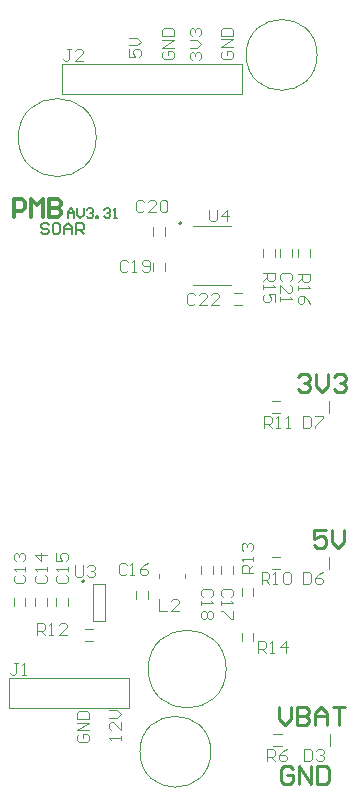
<source format=gto>
G04*
G04 #@! TF.GenerationSoftware,Altium Limited,Altium Designer,20.2.6 (244)*
G04*
G04 Layer_Color=65535*
%FSLAX25Y25*%
%MOIN*%
G70*
G04*
G04 #@! TF.SameCoordinates,04C6FB98-C132-4BDF-BA0D-42352629C039*
G04*
G04*
G04 #@! TF.FilePolarity,Positive*
G04*
G01*
G75*
%ADD10C,0.00787*%
%ADD11C,0.00394*%
%ADD12C,0.01181*%
%ADD13C,0.01000*%
D10*
X61024Y188012D02*
G03*
X61024Y188012I-394J0D01*
G01*
X28740Y68701D02*
G03*
X28740Y68701I-394J0D01*
G01*
X16797Y187532D02*
X16141Y188188D01*
X14829D01*
X14173Y187532D01*
Y186876D01*
X14829Y186220D01*
X16141D01*
X16797Y185564D01*
Y184908D01*
X16141Y184252D01*
X14829D01*
X14173Y184908D01*
X20077Y188188D02*
X18765D01*
X18109Y187532D01*
Y184908D01*
X18765Y184252D01*
X20077D01*
X20733Y184908D01*
Y187532D01*
X20077Y188188D01*
X22045Y184252D02*
Y186876D01*
X23357Y188188D01*
X24668Y186876D01*
Y184252D01*
Y186220D01*
X22045D01*
X25980Y184252D02*
Y188188D01*
X27948D01*
X28604Y187532D01*
Y186220D01*
X27948Y185564D01*
X25980D01*
X27292D02*
X28604Y184252D01*
X23228Y189764D02*
Y191863D01*
X24278Y192912D01*
X25327Y191863D01*
Y189764D01*
Y191338D01*
X23228D01*
X26377Y192912D02*
Y190813D01*
X27426Y189764D01*
X28476Y190813D01*
Y192912D01*
X29526Y192388D02*
X30050Y192912D01*
X31100D01*
X31625Y192388D01*
Y191863D01*
X31100Y191338D01*
X30575D01*
X31100D01*
X31625Y190813D01*
Y190288D01*
X31100Y189764D01*
X30050D01*
X29526Y190288D01*
X32674Y189764D02*
Y190288D01*
X33199D01*
Y189764D01*
X32674D01*
X35298Y192388D02*
X35823Y192912D01*
X36872D01*
X37397Y192388D01*
Y191863D01*
X36872Y191338D01*
X36347D01*
X36872D01*
X37397Y190813D01*
Y190288D01*
X36872Y189764D01*
X35823D01*
X35298Y190288D01*
X38447Y189764D02*
X39496D01*
X38971D01*
Y192912D01*
X38447Y192388D01*
D11*
X32677Y216535D02*
G03*
X32677Y216535I-12992J0D01*
G01*
X75984Y39370D02*
G03*
X75984Y39370I-12992J0D01*
G01*
X106299Y244094D02*
G03*
X106299Y244094I-11811J0D01*
G01*
X70866Y11811D02*
G03*
X70866Y11811I-11811J0D01*
G01*
X100000Y176575D02*
Y179331D01*
X103937Y176575D02*
Y179331D01*
X81102Y63583D02*
Y66339D01*
X85039Y63583D02*
Y66339D01*
X51575Y183858D02*
Y186614D01*
X55512Y183858D02*
Y186614D01*
X98032Y176575D02*
Y179331D01*
X94095Y176575D02*
Y179331D01*
X92126Y176575D02*
Y179331D01*
X88189Y176575D02*
Y179331D01*
X78543Y164567D02*
X81299D01*
X78543Y160630D02*
X81299D01*
X64961Y167323D02*
X77559D01*
X64961Y187008D02*
X77559D01*
X55512Y172047D02*
Y174803D01*
X51575Y172047D02*
Y174803D01*
X21181Y241220D02*
X81181D01*
Y231221D02*
Y241220D01*
X21181Y231221D02*
X81181D01*
X21181D02*
Y241220D01*
X31693Y67716D02*
X35630D01*
X31693Y55512D02*
X35630D01*
X31693D02*
Y67716D01*
X35630Y55512D02*
Y67716D01*
X110236Y124803D02*
Y128740D01*
X62205Y69724D02*
Y71220D01*
X53543Y69724D02*
Y71220D01*
X91339Y124803D02*
X94095D01*
X91339Y128740D02*
X94095D01*
X9055Y60236D02*
Y62992D01*
X5118Y60236D02*
Y62992D01*
X16142Y60236D02*
Y62992D01*
X12205Y60236D02*
Y62992D01*
X74409Y71063D02*
Y73819D01*
X78346Y71063D02*
Y73819D01*
X67716Y71063D02*
Y73819D01*
X71653Y71063D02*
Y73819D01*
X43622Y26496D02*
Y36496D01*
X3622D02*
X43622D01*
X3622Y26496D02*
Y36496D01*
Y26496D02*
X43622D01*
X28937Y48819D02*
X31693D01*
X28937Y52756D02*
X31693D01*
X81102Y48622D02*
Y51378D01*
X85039Y48622D02*
Y51378D01*
X23228Y60236D02*
Y62992D01*
X19291Y60236D02*
Y62992D01*
X46063Y62795D02*
Y65551D01*
X50000Y62795D02*
Y65551D01*
X110630Y13780D02*
Y17717D01*
X110236Y72835D02*
Y76772D01*
X91732Y13780D02*
X94488D01*
X91732Y17717D02*
X94488D01*
X91339Y72835D02*
X94095D01*
X91339Y76772D02*
X94095D01*
X74963Y245301D02*
X74307Y244645D01*
Y243333D01*
X74963Y242677D01*
X77587D01*
X78243Y243333D01*
Y244645D01*
X77587Y245301D01*
X76275D01*
Y243989D01*
X78243Y246613D02*
X74307D01*
X78243Y249237D01*
X74307D01*
Y250549D02*
X78243D01*
Y252517D01*
X77587Y253172D01*
X74963D01*
X74307Y252517D01*
Y250549D01*
X55176Y245242D02*
X54520Y244586D01*
Y243274D01*
X55176Y242618D01*
X57800D01*
X58456Y243274D01*
Y244586D01*
X57800Y245242D01*
X56488D01*
Y243930D01*
X58456Y246554D02*
X54520D01*
X58456Y249178D01*
X54520D01*
Y250489D02*
X58456D01*
Y252457D01*
X57800Y253113D01*
X55176D01*
X54520Y252457D01*
Y250489D01*
X43702Y245931D02*
Y243307D01*
X45670D01*
X45014Y244619D01*
Y245275D01*
X45670Y245931D01*
X46982D01*
X47638Y245275D01*
Y243963D01*
X46982Y243307D01*
X43702Y247243D02*
X46326D01*
X47638Y248555D01*
X46326Y249867D01*
X43702D01*
X64437Y242520D02*
X63781Y243176D01*
Y244488D01*
X64437Y245144D01*
X65093D01*
X65749Y244488D01*
Y243832D01*
Y244488D01*
X66405Y245144D01*
X67061D01*
X67716Y244488D01*
Y243176D01*
X67061Y242520D01*
X63781Y246455D02*
X66405D01*
X67716Y247767D01*
X66405Y249079D01*
X63781D01*
X64437Y250391D02*
X63781Y251047D01*
Y252359D01*
X64437Y253015D01*
X65093D01*
X65749Y252359D01*
Y251703D01*
Y252359D01*
X66405Y253015D01*
X67061D01*
X67716Y252359D01*
Y251047D01*
X67061Y250391D01*
X27035Y17584D02*
X26379Y16928D01*
Y15617D01*
X27035Y14961D01*
X29659D01*
X30315Y15617D01*
Y16928D01*
X29659Y17584D01*
X28347D01*
Y16273D01*
X30315Y18896D02*
X26379D01*
X30315Y21520D01*
X26379D01*
Y22832D02*
X30315D01*
Y24800D01*
X29659Y25456D01*
X27035D01*
X26379Y24800D01*
Y22832D01*
X40945Y15748D02*
Y17060D01*
Y16404D01*
X37009D01*
X37665Y15748D01*
X40945Y21652D02*
Y19028D01*
X38321Y21652D01*
X37665D01*
X37009Y20996D01*
Y19684D01*
X37665Y19028D01*
X37009Y22964D02*
X39633D01*
X40945Y24275D01*
X39633Y25587D01*
X37009D01*
X48557Y195013D02*
X47901Y195669D01*
X46589D01*
X45933Y195013D01*
Y192389D01*
X46589Y191733D01*
X47901D01*
X48557Y192389D01*
X52493Y191733D02*
X49869D01*
X52493Y194357D01*
Y195013D01*
X51837Y195669D01*
X50525D01*
X49869Y195013D01*
X53805D02*
X54461Y195669D01*
X55773D01*
X56429Y195013D01*
Y192389D01*
X55773Y191733D01*
X54461D01*
X53805Y192389D01*
Y195013D01*
X70342Y192519D02*
Y189239D01*
X70998Y188583D01*
X72310D01*
X72966Y189239D01*
Y192519D01*
X76246Y188583D02*
Y192519D01*
X74278Y190551D01*
X76902D01*
X100001Y171061D02*
X103936D01*
Y169094D01*
X103280Y168438D01*
X101969D01*
X101312Y169094D01*
Y171061D01*
Y169749D02*
X100001Y168438D01*
Y167126D02*
Y165814D01*
Y166470D01*
X103936D01*
X103280Y167126D01*
X103936Y161222D02*
X103280Y162534D01*
X101969Y163846D01*
X100657D01*
X100001Y163190D01*
Y161878D01*
X100657Y161222D01*
X101312D01*
X101969Y161878D01*
Y163846D01*
X65683Y163910D02*
X65027Y164566D01*
X63715D01*
X63059Y163910D01*
Y161286D01*
X63715Y160631D01*
X65027D01*
X65683Y161286D01*
X69619Y160631D02*
X66995D01*
X69619Y163254D01*
Y163910D01*
X68963Y164566D01*
X67651D01*
X66995Y163910D01*
X73555Y160631D02*
X70931D01*
X73555Y163254D01*
Y163910D01*
X72899Y164566D01*
X71587D01*
X70931Y163910D01*
X97375Y168700D02*
X98031Y169356D01*
Y170668D01*
X97375Y171324D01*
X94751D01*
X94095Y170668D01*
Y169356D01*
X94751Y168700D01*
X94095Y164764D02*
Y167388D01*
X96719Y164764D01*
X97375D01*
X98031Y165420D01*
Y166732D01*
X97375Y167388D01*
X94095Y163452D02*
Y162141D01*
Y162796D01*
X98031D01*
X97375Y163452D01*
X43373Y174934D02*
X42717Y175590D01*
X41406D01*
X40750Y174934D01*
Y172310D01*
X41406Y171654D01*
X42717D01*
X43373Y172310D01*
X44685Y171654D02*
X45997D01*
X45341D01*
Y175590D01*
X44685Y174934D01*
X47965Y172310D02*
X48621Y171654D01*
X49933D01*
X50589Y172310D01*
Y174934D01*
X49933Y175590D01*
X48621D01*
X47965Y174934D01*
Y174278D01*
X48621Y173622D01*
X50589D01*
X88650Y119686D02*
Y123621D01*
X90618D01*
X91273Y122966D01*
Y121653D01*
X90618Y120998D01*
X88650D01*
X89962D02*
X91273Y119686D01*
X92585D02*
X93897D01*
X93241D01*
Y123621D01*
X92585Y122966D01*
X95865Y119686D02*
X97177D01*
X96521D01*
Y123621D01*
X95865Y122966D01*
X87797Y67717D02*
Y71653D01*
X89765D01*
X90421Y70997D01*
Y69685D01*
X89765Y69029D01*
X87797D01*
X89109D02*
X90421Y67717D01*
X91733D02*
X93045D01*
X92389D01*
Y71653D01*
X91733Y70997D01*
X95012D02*
X95668Y71653D01*
X96980D01*
X97636Y70997D01*
Y68373D01*
X96980Y67717D01*
X95668D01*
X95012Y68373D01*
Y70997D01*
X89634Y8662D02*
Y12598D01*
X91602D01*
X92257Y11942D01*
Y10630D01*
X91602Y9974D01*
X89634D01*
X90946D02*
X92257Y8662D01*
X96193Y12598D02*
X94881Y11942D01*
X93569Y10630D01*
Y9318D01*
X94225Y8662D01*
X95537D01*
X96193Y9318D01*
Y9974D01*
X95537Y10630D01*
X93569D01*
X101641Y123621D02*
Y119686D01*
X103609D01*
X104265Y120342D01*
Y122966D01*
X103609Y123621D01*
X101641D01*
X105577D02*
X108201D01*
Y122966D01*
X105577Y120342D01*
Y119686D01*
X101641Y71653D02*
Y67717D01*
X103609D01*
X104265Y68373D01*
Y70997D01*
X103609Y71653D01*
X101641D01*
X108201D02*
X106889Y70997D01*
X105577Y69685D01*
Y68373D01*
X106233Y67717D01*
X107545D01*
X108201Y68373D01*
Y69029D01*
X107545Y69685D01*
X105577D01*
X102035Y12598D02*
Y8662D01*
X104003D01*
X104659Y9318D01*
Y11942D01*
X104003Y12598D01*
X102035D01*
X105971Y11942D02*
X106627Y12598D01*
X107939D01*
X108595Y11942D01*
Y11286D01*
X107939Y10630D01*
X107283D01*
X107939D01*
X108595Y9974D01*
Y9318D01*
X107939Y8662D01*
X106627D01*
X105971Y9318D01*
X42781Y74146D02*
X42125Y74802D01*
X40813D01*
X40157Y74146D01*
Y71522D01*
X40813Y70866D01*
X42125D01*
X42781Y71522D01*
X44093Y70866D02*
X45405D01*
X44749D01*
Y74802D01*
X44093Y74146D01*
X49997Y74802D02*
X48685Y74146D01*
X47373Y72834D01*
Y71522D01*
X48029Y70866D01*
X49341D01*
X49997Y71522D01*
Y72178D01*
X49341Y72834D01*
X47373D01*
X19949Y70734D02*
X19293Y70078D01*
Y68766D01*
X19949Y68110D01*
X22572D01*
X23228Y68766D01*
Y70078D01*
X22572Y70734D01*
X23228Y72046D02*
Y73358D01*
Y72702D01*
X19293D01*
X19949Y72046D01*
X19293Y77950D02*
Y75326D01*
X21260D01*
X20605Y76638D01*
Y77294D01*
X21260Y77950D01*
X22572D01*
X23228Y77294D01*
Y75982D01*
X22572Y75326D01*
X25591Y74015D02*
Y70735D01*
X26247Y70079D01*
X27558D01*
X28214Y70735D01*
Y74015D01*
X29526Y73359D02*
X30182Y74015D01*
X31494D01*
X32150Y73359D01*
Y72703D01*
X31494Y72047D01*
X30838D01*
X31494D01*
X32150Y71391D01*
Y70735D01*
X31494Y70079D01*
X30182D01*
X29526Y70735D01*
X88189Y171457D02*
X92125D01*
Y169489D01*
X91469Y168833D01*
X90157D01*
X89501Y169489D01*
Y171457D01*
Y170145D02*
X88189Y168833D01*
Y167521D02*
Y166209D01*
Y166865D01*
X92125D01*
X91469Y167521D01*
X92125Y161617D02*
Y164241D01*
X90157D01*
X90813Y162929D01*
Y162273D01*
X90157Y161617D01*
X88845D01*
X88189Y162273D01*
Y163585D01*
X88845Y164241D01*
X86614Y44685D02*
Y48621D01*
X88582D01*
X89238Y47965D01*
Y46653D01*
X88582Y45997D01*
X86614D01*
X87926D02*
X89238Y44685D01*
X90550D02*
X91862D01*
X91206D01*
Y48621D01*
X90550Y47965D01*
X95798Y44685D02*
Y48621D01*
X93830Y46653D01*
X96453D01*
X12992Y50787D02*
Y54723D01*
X14960D01*
X15616Y54067D01*
Y52755D01*
X14960Y52099D01*
X12992D01*
X14304D02*
X15616Y50787D01*
X16928D02*
X18240D01*
X17584D01*
Y54723D01*
X16928Y54067D01*
X22831Y50787D02*
X20208D01*
X22831Y53411D01*
Y54067D01*
X22175Y54723D01*
X20864D01*
X20208Y54067D01*
X85039Y71457D02*
X81104D01*
Y73425D01*
X81760Y74080D01*
X83072D01*
X83728Y73425D01*
Y71457D01*
Y72769D02*
X85039Y74080D01*
Y75392D02*
Y76704D01*
Y76048D01*
X81104D01*
X81760Y75392D01*
Y78672D02*
X81104Y79328D01*
Y80640D01*
X81760Y81296D01*
X82416D01*
X83072Y80640D01*
Y79984D01*
Y80640D01*
X83728Y81296D01*
X84383D01*
X85039Y80640D01*
Y79328D01*
X84383Y78672D01*
X53543Y62597D02*
Y58661D01*
X56167D01*
X60103D02*
X57479D01*
X60103Y61285D01*
Y61941D01*
X59447Y62597D01*
X58135D01*
X57479Y61941D01*
X24277Y246062D02*
X22965D01*
X23621D01*
Y242782D01*
X22965Y242126D01*
X22309D01*
X21654Y242782D01*
X28213Y242126D02*
X25589D01*
X28213Y244750D01*
Y245406D01*
X27557Y246062D01*
X26245D01*
X25589Y245406D01*
X6561Y41337D02*
X5249D01*
X5905D01*
Y38058D01*
X5249Y37402D01*
X4593D01*
X3937Y38058D01*
X7873Y37402D02*
X9185D01*
X8529D01*
Y41337D01*
X7873Y40681D01*
X70996Y63321D02*
X71652Y63977D01*
Y65289D01*
X70996Y65945D01*
X68372D01*
X67716Y65289D01*
Y63977D01*
X68372Y63321D01*
X67716Y62009D02*
Y60697D01*
Y61353D01*
X71652D01*
X70996Y62009D01*
Y58729D02*
X71652Y58073D01*
Y56761D01*
X70996Y56106D01*
X70340D01*
X69684Y56761D01*
X69028Y56106D01*
X68372D01*
X67716Y56761D01*
Y58073D01*
X68372Y58729D01*
X69028D01*
X69684Y58073D01*
X70340Y58729D01*
X70996D01*
X69684Y58073D02*
Y56761D01*
X77689Y63321D02*
X78345Y63977D01*
Y65289D01*
X77689Y65945D01*
X75065D01*
X74409Y65289D01*
Y63977D01*
X75065Y63321D01*
X74409Y62009D02*
Y60697D01*
Y61353D01*
X78345D01*
X77689Y62009D01*
X78345Y58729D02*
Y56106D01*
X77689D01*
X75065Y58729D01*
X74409D01*
X12862Y70734D02*
X12206Y70078D01*
Y68766D01*
X12862Y68110D01*
X15486D01*
X16142Y68766D01*
Y70078D01*
X15486Y70734D01*
X16142Y72046D02*
Y73358D01*
Y72702D01*
X12206D01*
X12862Y72046D01*
X16142Y77294D02*
X12206D01*
X14174Y75326D01*
Y77950D01*
X5775Y70734D02*
X5119Y70078D01*
Y68766D01*
X5775Y68110D01*
X8399D01*
X9055Y68766D01*
Y70078D01*
X8399Y70734D01*
X9055Y72046D02*
Y73358D01*
Y72702D01*
X5119D01*
X5775Y72046D01*
Y75326D02*
X5119Y75982D01*
Y77294D01*
X5775Y77950D01*
X6431D01*
X7087Y77294D01*
Y76638D01*
Y77294D01*
X7743Y77950D01*
X8399D01*
X9055Y77294D01*
Y75982D01*
X8399Y75326D01*
D12*
X5118Y190157D02*
Y196061D01*
X8070D01*
X9054Y195077D01*
Y193109D01*
X8070Y192125D01*
X5118D01*
X11022Y190157D02*
Y196061D01*
X12990Y194093D01*
X14957Y196061D01*
Y190157D01*
X16925Y196061D02*
Y190157D01*
X19877D01*
X20861Y191141D01*
Y192125D01*
X19877Y193109D01*
X16925D01*
X19877D01*
X20861Y194093D01*
Y195077D01*
X19877Y196061D01*
X16925D01*
D13*
X93728Y26621D02*
Y22622D01*
X95727Y20623D01*
X97727Y22622D01*
Y26621D01*
X99726D02*
Y20623D01*
X102725D01*
X103725Y21623D01*
Y22622D01*
X102725Y23622D01*
X99726D01*
X102725D01*
X103725Y24622D01*
Y25621D01*
X102725Y26621D01*
X99726D01*
X105724Y20623D02*
Y24622D01*
X107723Y26621D01*
X109723Y24622D01*
Y20623D01*
Y23622D01*
X105724D01*
X111722Y26621D02*
X115721D01*
X113722D01*
Y20623D01*
X98364Y5936D02*
X97364Y6936D01*
X95364D01*
X94365Y5936D01*
Y1938D01*
X95364Y938D01*
X97364D01*
X98364Y1938D01*
Y3937D01*
X96364D01*
X100363Y938D02*
Y6936D01*
X104362Y938D01*
Y6936D01*
X106361D02*
Y938D01*
X109360D01*
X110360Y1938D01*
Y5936D01*
X109360Y6936D01*
X106361D01*
X109237Y85676D02*
X105238D01*
Y82677D01*
X107237Y83677D01*
X108237D01*
X109237Y82677D01*
Y80678D01*
X108237Y79678D01*
X106237D01*
X105238Y80678D01*
X111236Y85676D02*
Y81678D01*
X113235Y79678D01*
X115235Y81678D01*
Y85676D01*
X99877Y136645D02*
X100876Y137645D01*
X102876D01*
X103875Y136645D01*
Y135645D01*
X102876Y134646D01*
X101876D01*
X102876D01*
X103875Y133646D01*
Y132646D01*
X102876Y131647D01*
X100876D01*
X99877Y132646D01*
X105875Y137645D02*
Y133646D01*
X107874Y131647D01*
X109873Y133646D01*
Y137645D01*
X111873Y136645D02*
X112872Y137645D01*
X114872D01*
X115871Y136645D01*
Y135645D01*
X114872Y134646D01*
X113872D01*
X114872D01*
X115871Y133646D01*
Y132646D01*
X114872Y131647D01*
X112872D01*
X111873Y132646D01*
M02*

</source>
